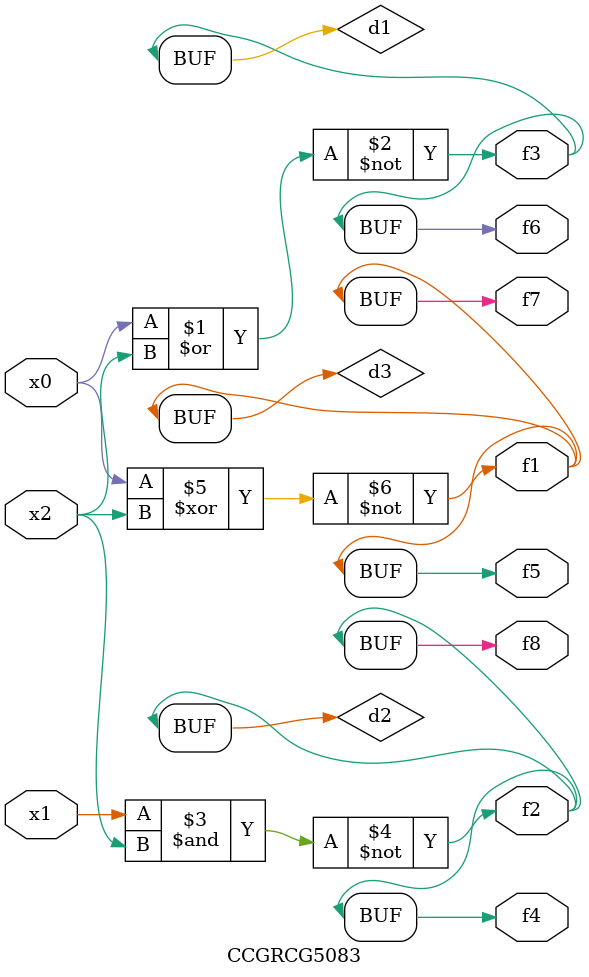
<source format=v>
module CCGRCG5083(
	input x0, x1, x2,
	output f1, f2, f3, f4, f5, f6, f7, f8
);

	wire d1, d2, d3;

	nor (d1, x0, x2);
	nand (d2, x1, x2);
	xnor (d3, x0, x2);
	assign f1 = d3;
	assign f2 = d2;
	assign f3 = d1;
	assign f4 = d2;
	assign f5 = d3;
	assign f6 = d1;
	assign f7 = d3;
	assign f8 = d2;
endmodule

</source>
